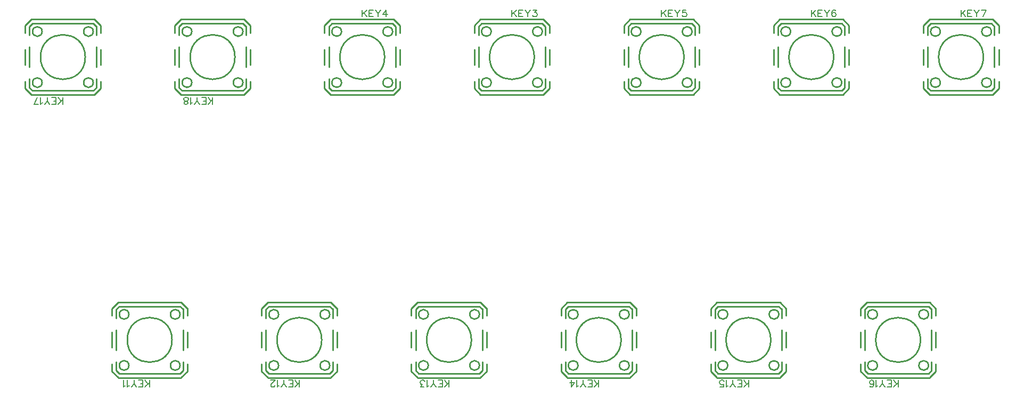
<source format=gto>
G04 Layer: TopSilkscreenLayer*
G04 EasyEDA v6.5.22, 2024-08-28 16:03:03*
G04 922126ed66404cc7a2e17ea7cb8ccf87,fc1e3732016e4acc899c86b879ae2791,10*
G04 Gerber Generator version 0.2*
G04 Scale: 100 percent, Rotated: No, Reflected: No *
G04 Dimensions in millimeters *
G04 leading zeros omitted , absolute positions ,4 integer and 5 decimal *
%FSLAX45Y45*%
%MOMM*%

%ADD10C,0.1524*%
%ADD11C,0.2540*%

%LPD*%
D10*
X3800043Y4649698D02*
G01*
X3800043Y4758664D01*
X3727145Y4649698D02*
G01*
X3800043Y4722342D01*
X3774135Y4696434D02*
G01*
X3727145Y4758664D01*
X3692855Y4649698D02*
G01*
X3692855Y4758664D01*
X3692855Y4649698D02*
G01*
X3625545Y4649698D01*
X3692855Y4701514D02*
G01*
X3651453Y4701514D01*
X3692855Y4758664D02*
G01*
X3625545Y4758664D01*
X3591255Y4649698D02*
G01*
X3549599Y4701514D01*
X3549599Y4758664D01*
X3507943Y4649698D02*
G01*
X3549599Y4701514D01*
X3473653Y4670526D02*
G01*
X3463239Y4665192D01*
X3447745Y4649698D01*
X3447745Y4758664D01*
X3387547Y4649698D02*
G01*
X3403041Y4654778D01*
X3408375Y4665192D01*
X3408375Y4675606D01*
X3403041Y4686020D01*
X3392627Y4691100D01*
X3371799Y4696434D01*
X3356305Y4701514D01*
X3345891Y4711928D01*
X3340811Y4722342D01*
X3340811Y4738090D01*
X3345891Y4748250D01*
X3351225Y4753584D01*
X3366719Y4758664D01*
X3387547Y4758664D01*
X3403041Y4753584D01*
X3408375Y4748250D01*
X3413455Y4738090D01*
X3413455Y4722342D01*
X3408375Y4711928D01*
X3397961Y4701514D01*
X3382213Y4696434D01*
X3361385Y4691100D01*
X3351225Y4686020D01*
X3345891Y4675606D01*
X3345891Y4665192D01*
X3351225Y4654778D01*
X3366719Y4649698D01*
X3387547Y4649698D01*
X1420032Y4649698D02*
G01*
X1420032Y4758664D01*
X1347134Y4649698D02*
G01*
X1420032Y4722342D01*
X1394124Y4696434D02*
G01*
X1347134Y4758664D01*
X1312844Y4649698D02*
G01*
X1312844Y4758664D01*
X1312844Y4649698D02*
G01*
X1245534Y4649698D01*
X1312844Y4701514D02*
G01*
X1271442Y4701514D01*
X1312844Y4758664D02*
G01*
X1245534Y4758664D01*
X1211244Y4649698D02*
G01*
X1169588Y4701514D01*
X1169588Y4758664D01*
X1127932Y4649698D02*
G01*
X1169588Y4701514D01*
X1093642Y4670526D02*
G01*
X1083228Y4665192D01*
X1067734Y4649698D01*
X1067734Y4758664D01*
X960800Y4649698D02*
G01*
X1012616Y4758664D01*
X1033444Y4649698D02*
G01*
X960800Y4649698D01*
X14699843Y149580D02*
G01*
X14699843Y258800D01*
X14627199Y149580D02*
G01*
X14699843Y222478D01*
X14673935Y196316D02*
G01*
X14627199Y258800D01*
X14592909Y149580D02*
G01*
X14592909Y258800D01*
X14592909Y149580D02*
G01*
X14525345Y149580D01*
X14592909Y201650D02*
G01*
X14551253Y201650D01*
X14592909Y258800D02*
G01*
X14525345Y258800D01*
X14491055Y149580D02*
G01*
X14449653Y201650D01*
X14449653Y258800D01*
X14407997Y149580D02*
G01*
X14449653Y201650D01*
X14373707Y170408D02*
G01*
X14363293Y165328D01*
X14347799Y149580D01*
X14347799Y258800D01*
X14251025Y165328D02*
G01*
X14256359Y154914D01*
X14271853Y149580D01*
X14282267Y149580D01*
X14297761Y154914D01*
X14308175Y170408D01*
X14313509Y196316D01*
X14313509Y222478D01*
X14308175Y243052D01*
X14297761Y253466D01*
X14282267Y258800D01*
X14276933Y258800D01*
X14261439Y253466D01*
X14251025Y243052D01*
X14245945Y227558D01*
X14245945Y222478D01*
X14251025Y206730D01*
X14261439Y196316D01*
X14276933Y191236D01*
X14282267Y191236D01*
X14297761Y196316D01*
X14308175Y206730D01*
X14313509Y222478D01*
X12320087Y149580D02*
G01*
X12320087Y258800D01*
X12247189Y149580D02*
G01*
X12320087Y222478D01*
X12293925Y196316D02*
G01*
X12247189Y258800D01*
X12212899Y149580D02*
G01*
X12212899Y258800D01*
X12212899Y149580D02*
G01*
X12145335Y149580D01*
X12212899Y201650D02*
G01*
X12171497Y201650D01*
X12212899Y258800D02*
G01*
X12145335Y258800D01*
X12111045Y149580D02*
G01*
X12069643Y201650D01*
X12069643Y258800D01*
X12027987Y149580D02*
G01*
X12069643Y201650D01*
X11993697Y170408D02*
G01*
X11983283Y165328D01*
X11967789Y149580D01*
X11967789Y258800D01*
X11871015Y149580D02*
G01*
X11923085Y149580D01*
X11928165Y196316D01*
X11923085Y191236D01*
X11907337Y185902D01*
X11891843Y185902D01*
X11876349Y191236D01*
X11865935Y201650D01*
X11860601Y217144D01*
X11860601Y227558D01*
X11865935Y243052D01*
X11876349Y253466D01*
X11891843Y258800D01*
X11907337Y258800D01*
X11923085Y253466D01*
X11928165Y248386D01*
X11933499Y237972D01*
X9940076Y149580D02*
G01*
X9940076Y258800D01*
X9867178Y149580D02*
G01*
X9940076Y222478D01*
X9913914Y196316D02*
G01*
X9867178Y258800D01*
X9832888Y149580D02*
G01*
X9832888Y258800D01*
X9832888Y149580D02*
G01*
X9765324Y149580D01*
X9832888Y201650D02*
G01*
X9791486Y201650D01*
X9832888Y258800D02*
G01*
X9765324Y258800D01*
X9731034Y149580D02*
G01*
X9689632Y201650D01*
X9689632Y258800D01*
X9647976Y149580D02*
G01*
X9689632Y201650D01*
X9613686Y170408D02*
G01*
X9603272Y165328D01*
X9587778Y149580D01*
X9587778Y258800D01*
X9501418Y149580D02*
G01*
X9553488Y222478D01*
X9475510Y222478D01*
X9501418Y149580D02*
G01*
X9501418Y258800D01*
X7560066Y149580D02*
G01*
X7560066Y258800D01*
X7487168Y149580D02*
G01*
X7560066Y222478D01*
X7533904Y196316D02*
G01*
X7487168Y258800D01*
X7452878Y149580D02*
G01*
X7452878Y258800D01*
X7452878Y149580D02*
G01*
X7385314Y149580D01*
X7452878Y201650D02*
G01*
X7411476Y201650D01*
X7452878Y258800D02*
G01*
X7385314Y258800D01*
X7351024Y149580D02*
G01*
X7309622Y201650D01*
X7309622Y258800D01*
X7267966Y149580D02*
G01*
X7309622Y201650D01*
X7233676Y170408D02*
G01*
X7223262Y165328D01*
X7207768Y149580D01*
X7207768Y258800D01*
X7163064Y149580D02*
G01*
X7105914Y149580D01*
X7137156Y191236D01*
X7121408Y191236D01*
X7110994Y196316D01*
X7105914Y201650D01*
X7100580Y217144D01*
X7100580Y227558D01*
X7105914Y243052D01*
X7116328Y253466D01*
X7131822Y258800D01*
X7147570Y258800D01*
X7163064Y253466D01*
X7168144Y248386D01*
X7173478Y237972D01*
X5180055Y149580D02*
G01*
X5180055Y258800D01*
X5107157Y149580D02*
G01*
X5180055Y222478D01*
X5153893Y196316D02*
G01*
X5107157Y258800D01*
X5072867Y149580D02*
G01*
X5072867Y258800D01*
X5072867Y149580D02*
G01*
X5005303Y149580D01*
X5072867Y201650D02*
G01*
X5031465Y201650D01*
X5072867Y258800D02*
G01*
X5005303Y258800D01*
X4971013Y149580D02*
G01*
X4929611Y201650D01*
X4929611Y258800D01*
X4887955Y149580D02*
G01*
X4929611Y201650D01*
X4853665Y170408D02*
G01*
X4843251Y165328D01*
X4827757Y149580D01*
X4827757Y258800D01*
X4788133Y175742D02*
G01*
X4788133Y170408D01*
X4783053Y159994D01*
X4777973Y154914D01*
X4767559Y149580D01*
X4746731Y149580D01*
X4736317Y154914D01*
X4730983Y159994D01*
X4725903Y170408D01*
X4725903Y180822D01*
X4730983Y191236D01*
X4741397Y206730D01*
X4793467Y258800D01*
X4720823Y258800D01*
X2800045Y149580D02*
G01*
X2800045Y258800D01*
X2727147Y149580D02*
G01*
X2800045Y222478D01*
X2774137Y196316D02*
G01*
X2727147Y258800D01*
X2692857Y149580D02*
G01*
X2692857Y258800D01*
X2692857Y149580D02*
G01*
X2625547Y149580D01*
X2692857Y201650D02*
G01*
X2651455Y201650D01*
X2692857Y258800D02*
G01*
X2625547Y258800D01*
X2591257Y149580D02*
G01*
X2549601Y201650D01*
X2549601Y258800D01*
X2507945Y149580D02*
G01*
X2549601Y201650D01*
X2473655Y170408D02*
G01*
X2463241Y165328D01*
X2447747Y149580D01*
X2447747Y258800D01*
X2413457Y170408D02*
G01*
X2403043Y165328D01*
X2387549Y149580D01*
X2387549Y258800D01*
X15700095Y6150279D02*
G01*
X15700095Y6041313D01*
X15772739Y6150279D02*
G01*
X15700095Y6077635D01*
X15726003Y6103543D02*
G01*
X15772739Y6041313D01*
X15807029Y6150279D02*
G01*
X15807029Y6041313D01*
X15807029Y6150279D02*
G01*
X15874593Y6150279D01*
X15807029Y6098463D02*
G01*
X15848685Y6098463D01*
X15807029Y6041313D02*
G01*
X15874593Y6041313D01*
X15908883Y6150279D02*
G01*
X15950285Y6098463D01*
X15950285Y6041313D01*
X15991941Y6150279D02*
G01*
X15950285Y6098463D01*
X16098875Y6150279D02*
G01*
X16047059Y6041313D01*
X16026231Y6150279D02*
G01*
X16098875Y6150279D01*
X13319861Y6150279D02*
G01*
X13319861Y6041313D01*
X13392759Y6150279D02*
G01*
X13319861Y6077635D01*
X13346023Y6103543D02*
G01*
X13392759Y6041313D01*
X13427049Y6150279D02*
G01*
X13427049Y6041313D01*
X13427049Y6150279D02*
G01*
X13494613Y6150279D01*
X13427049Y6098463D02*
G01*
X13468451Y6098463D01*
X13427049Y6041313D02*
G01*
X13494613Y6041313D01*
X13528903Y6150279D02*
G01*
X13570305Y6098463D01*
X13570305Y6041313D01*
X13611961Y6150279D02*
G01*
X13570305Y6098463D01*
X13708481Y6134785D02*
G01*
X13703401Y6145199D01*
X13687907Y6150279D01*
X13677493Y6150279D01*
X13661745Y6145199D01*
X13651331Y6129451D01*
X13646251Y6103543D01*
X13646251Y6077635D01*
X13651331Y6056807D01*
X13661745Y6046393D01*
X13677493Y6041313D01*
X13682573Y6041313D01*
X13698321Y6046393D01*
X13708481Y6056807D01*
X13713815Y6072301D01*
X13713815Y6077635D01*
X13708481Y6093129D01*
X13698321Y6103543D01*
X13682573Y6108877D01*
X13677493Y6108877D01*
X13661745Y6103543D01*
X13651331Y6093129D01*
X13646251Y6077635D01*
X10939881Y6150279D02*
G01*
X10939881Y6041313D01*
X11012779Y6150279D02*
G01*
X10939881Y6077635D01*
X10966043Y6103543D02*
G01*
X11012779Y6041313D01*
X11047069Y6150279D02*
G01*
X11047069Y6041313D01*
X11047069Y6150279D02*
G01*
X11114633Y6150279D01*
X11047069Y6098463D02*
G01*
X11088471Y6098463D01*
X11047069Y6041313D02*
G01*
X11114633Y6041313D01*
X11148923Y6150279D02*
G01*
X11190325Y6098463D01*
X11190325Y6041313D01*
X11231981Y6150279D02*
G01*
X11190325Y6098463D01*
X11328501Y6150279D02*
G01*
X11276685Y6150279D01*
X11271351Y6103543D01*
X11276685Y6108877D01*
X11292179Y6113957D01*
X11307927Y6113957D01*
X11323421Y6108877D01*
X11333835Y6098463D01*
X11338915Y6082715D01*
X11338915Y6072301D01*
X11333835Y6056807D01*
X11323421Y6046393D01*
X11307927Y6041313D01*
X11292179Y6041313D01*
X11276685Y6046393D01*
X11271351Y6051727D01*
X11266271Y6061887D01*
X6179921Y6150279D02*
G01*
X6179921Y6041313D01*
X6252819Y6150279D02*
G01*
X6179921Y6077635D01*
X6206083Y6103543D02*
G01*
X6252819Y6041313D01*
X6287109Y6150279D02*
G01*
X6287109Y6041313D01*
X6287109Y6150279D02*
G01*
X6354673Y6150279D01*
X6287109Y6098463D02*
G01*
X6328511Y6098463D01*
X6287109Y6041313D02*
G01*
X6354673Y6041313D01*
X6388963Y6150279D02*
G01*
X6430365Y6098463D01*
X6430365Y6041313D01*
X6472021Y6150279D02*
G01*
X6430365Y6098463D01*
X6558127Y6150279D02*
G01*
X6506311Y6077635D01*
X6584289Y6077635D01*
X6558127Y6150279D02*
G01*
X6558127Y6041313D01*
X8559901Y6150279D02*
G01*
X8559901Y6041313D01*
X8632799Y6150279D02*
G01*
X8559901Y6077635D01*
X8586063Y6103543D02*
G01*
X8632799Y6041313D01*
X8667089Y6150279D02*
G01*
X8667089Y6041313D01*
X8667089Y6150279D02*
G01*
X8734653Y6150279D01*
X8667089Y6098463D02*
G01*
X8708491Y6098463D01*
X8667089Y6041313D02*
G01*
X8734653Y6041313D01*
X8768943Y6150279D02*
G01*
X8810345Y6098463D01*
X8810345Y6041313D01*
X8852001Y6150279D02*
G01*
X8810345Y6098463D01*
X8896705Y6150279D02*
G01*
X8953855Y6150279D01*
X8922613Y6108877D01*
X8938107Y6108877D01*
X8948521Y6103543D01*
X8953855Y6098463D01*
X8958935Y6082715D01*
X8958935Y6072301D01*
X8953855Y6056807D01*
X8943441Y6046393D01*
X8927947Y6041313D01*
X8912199Y6041313D01*
X8896705Y6046393D01*
X8891371Y6051727D01*
X8886291Y6061887D01*
D11*
X4299940Y4799964D02*
G01*
X3299942Y4799964D01*
X3299942Y5999962D02*
G01*
X4299940Y5999962D01*
X4330801Y4914823D02*
G01*
X4282541Y4866563D01*
X4300321Y4800523D02*
G01*
X4399381Y4899583D01*
X3299561Y4800523D02*
G01*
X3200501Y4899583D01*
X4399381Y5900343D02*
G01*
X4300321Y5999403D01*
X3200501Y5900343D02*
G01*
X3299561Y5999403D01*
X3200501Y4899583D02*
G01*
X3200501Y5015349D01*
X3200501Y5276578D02*
G01*
X3200501Y5523349D01*
X3200501Y5784578D02*
G01*
X3200501Y5900343D01*
X4282541Y4866563D02*
G01*
X3317341Y4866563D01*
X3269081Y4914823D01*
X3269081Y4914823D02*
G01*
X3269081Y5052052D01*
X3269081Y5239875D02*
G01*
X3269081Y5560052D01*
X3269081Y5747875D02*
G01*
X3269081Y5885103D01*
X3269081Y5885103D02*
G01*
X3317341Y5933363D01*
X4282541Y5933363D01*
X4330801Y5885103D01*
X4330801Y4914823D02*
G01*
X4330801Y5052052D01*
X4330801Y5239875D02*
G01*
X4330801Y5560052D01*
X4330801Y5747875D02*
G01*
X4330801Y5894047D01*
X4399381Y4899583D02*
G01*
X4399381Y5015349D01*
X4399381Y5276578D02*
G01*
X4399381Y5523349D01*
X4399381Y5784578D02*
G01*
X4399381Y5901613D01*
X1919960Y4799964D02*
G01*
X919962Y4799964D01*
X919962Y5999962D02*
G01*
X1919960Y5999962D01*
X1950821Y4914823D02*
G01*
X1902561Y4866563D01*
X1920341Y4800523D02*
G01*
X2019401Y4899583D01*
X919581Y4800523D02*
G01*
X820521Y4899583D01*
X2019401Y5900343D02*
G01*
X1920341Y5999403D01*
X820521Y5900343D02*
G01*
X919581Y5999403D01*
X820521Y4899583D02*
G01*
X820521Y5015349D01*
X820521Y5276578D02*
G01*
X820521Y5523349D01*
X820521Y5784578D02*
G01*
X820521Y5900343D01*
X1902561Y4866563D02*
G01*
X937361Y4866563D01*
X889101Y4914823D01*
X889101Y4914823D02*
G01*
X889101Y5052052D01*
X889101Y5239875D02*
G01*
X889101Y5560052D01*
X889101Y5747875D02*
G01*
X889101Y5885103D01*
X889101Y5885103D02*
G01*
X937361Y5933363D01*
X1902561Y5933363D01*
X1950821Y5885103D01*
X1950821Y4914823D02*
G01*
X1950821Y5052052D01*
X1950821Y5239875D02*
G01*
X1950821Y5560052D01*
X1950821Y5747875D02*
G01*
X1950821Y5894047D01*
X2019401Y4899583D02*
G01*
X2019401Y5015349D01*
X2019401Y5276578D02*
G01*
X2019401Y5523349D01*
X2019401Y5784578D02*
G01*
X2019401Y5901613D01*
X15200096Y300101D02*
G01*
X14200098Y300101D01*
X14200098Y1500098D02*
G01*
X15200096Y1500098D01*
X15230957Y414959D02*
G01*
X15182697Y366699D01*
X15200477Y300659D02*
G01*
X15299537Y399719D01*
X14199717Y300659D02*
G01*
X14100657Y399719D01*
X15299537Y1400479D02*
G01*
X15200477Y1499539D01*
X14100657Y1400479D02*
G01*
X14199717Y1499539D01*
X14100657Y399719D02*
G01*
X14100657Y515485D01*
X14100657Y776714D02*
G01*
X14100657Y1023485D01*
X14100657Y1284714D02*
G01*
X14100657Y1400479D01*
X15182697Y366699D02*
G01*
X14217497Y366699D01*
X14169237Y414959D01*
X14169237Y414959D02*
G01*
X14169237Y552188D01*
X14169237Y740011D02*
G01*
X14169237Y1060188D01*
X14169237Y1248011D02*
G01*
X14169237Y1385239D01*
X14169237Y1385239D02*
G01*
X14217497Y1433499D01*
X15182697Y1433499D01*
X15230957Y1385239D01*
X15230957Y414959D02*
G01*
X15230957Y552188D01*
X15230957Y740011D02*
G01*
X15230957Y1060188D01*
X15230957Y1248011D02*
G01*
X15230957Y1394183D01*
X15299537Y399719D02*
G01*
X15299537Y515485D01*
X15299537Y776714D02*
G01*
X15299537Y1023485D01*
X15299537Y1284714D02*
G01*
X15299537Y1401749D01*
X12819862Y300101D02*
G01*
X11819864Y300101D01*
X11819864Y1500098D02*
G01*
X12819862Y1500098D01*
X12850723Y414959D02*
G01*
X12802463Y366699D01*
X12820243Y300659D02*
G01*
X12919303Y399719D01*
X11819483Y300659D02*
G01*
X11720423Y399719D01*
X12919303Y1400479D02*
G01*
X12820243Y1499539D01*
X11720423Y1400479D02*
G01*
X11819483Y1499539D01*
X11720423Y399719D02*
G01*
X11720423Y515485D01*
X11720423Y776714D02*
G01*
X11720423Y1023485D01*
X11720423Y1284714D02*
G01*
X11720423Y1400479D01*
X12802463Y366699D02*
G01*
X11837263Y366699D01*
X11789003Y414959D01*
X11789003Y414959D02*
G01*
X11789003Y552188D01*
X11789003Y740011D02*
G01*
X11789003Y1060188D01*
X11789003Y1248011D02*
G01*
X11789003Y1385239D01*
X11789003Y1385239D02*
G01*
X11837263Y1433499D01*
X12802463Y1433499D01*
X12850723Y1385239D01*
X12850723Y414959D02*
G01*
X12850723Y552188D01*
X12850723Y740011D02*
G01*
X12850723Y1060188D01*
X12850723Y1248011D02*
G01*
X12850723Y1394183D01*
X12919303Y399719D02*
G01*
X12919303Y515485D01*
X12919303Y776714D02*
G01*
X12919303Y1023485D01*
X12919303Y1284714D02*
G01*
X12919303Y1401749D01*
X10439882Y300101D02*
G01*
X9439884Y300101D01*
X9439884Y1500098D02*
G01*
X10439882Y1500098D01*
X10470743Y414959D02*
G01*
X10422483Y366699D01*
X10440263Y300659D02*
G01*
X10539323Y399719D01*
X9439503Y300659D02*
G01*
X9340443Y399719D01*
X10539323Y1400479D02*
G01*
X10440263Y1499539D01*
X9340443Y1400479D02*
G01*
X9439503Y1499539D01*
X9340443Y399719D02*
G01*
X9340443Y515485D01*
X9340443Y776714D02*
G01*
X9340443Y1023485D01*
X9340443Y1284714D02*
G01*
X9340443Y1400479D01*
X10422483Y366699D02*
G01*
X9457283Y366699D01*
X9409023Y414959D01*
X9409023Y414959D02*
G01*
X9409023Y552188D01*
X9409023Y740011D02*
G01*
X9409023Y1060188D01*
X9409023Y1248011D02*
G01*
X9409023Y1385239D01*
X9409023Y1385239D02*
G01*
X9457283Y1433499D01*
X10422483Y1433499D01*
X10470743Y1385239D01*
X10470743Y414959D02*
G01*
X10470743Y552188D01*
X10470743Y740011D02*
G01*
X10470743Y1060188D01*
X10470743Y1248011D02*
G01*
X10470743Y1394183D01*
X10539323Y399719D02*
G01*
X10539323Y515485D01*
X10539323Y776714D02*
G01*
X10539323Y1023485D01*
X10539323Y1284714D02*
G01*
X10539323Y1401749D01*
X8059902Y300101D02*
G01*
X7059904Y300101D01*
X7059904Y1500098D02*
G01*
X8059902Y1500098D01*
X8090763Y414959D02*
G01*
X8042503Y366699D01*
X8060283Y300659D02*
G01*
X8159343Y399719D01*
X7059523Y300659D02*
G01*
X6960463Y399719D01*
X8159343Y1400479D02*
G01*
X8060283Y1499539D01*
X6960463Y1400479D02*
G01*
X7059523Y1499539D01*
X6960463Y399719D02*
G01*
X6960463Y515485D01*
X6960463Y776714D02*
G01*
X6960463Y1023485D01*
X6960463Y1284714D02*
G01*
X6960463Y1400479D01*
X8042503Y366699D02*
G01*
X7077303Y366699D01*
X7029043Y414959D01*
X7029043Y414959D02*
G01*
X7029043Y552188D01*
X7029043Y740011D02*
G01*
X7029043Y1060188D01*
X7029043Y1248011D02*
G01*
X7029043Y1385239D01*
X7029043Y1385239D02*
G01*
X7077303Y1433499D01*
X8042503Y1433499D01*
X8090763Y1385239D01*
X8090763Y414959D02*
G01*
X8090763Y552188D01*
X8090763Y740011D02*
G01*
X8090763Y1060188D01*
X8090763Y1248011D02*
G01*
X8090763Y1394183D01*
X8159343Y399719D02*
G01*
X8159343Y515485D01*
X8159343Y776714D02*
G01*
X8159343Y1023485D01*
X8159343Y1284714D02*
G01*
X8159343Y1401749D01*
X5679922Y300101D02*
G01*
X4679924Y300101D01*
X4679924Y1500098D02*
G01*
X5679922Y1500098D01*
X5710783Y414959D02*
G01*
X5662523Y366699D01*
X5680303Y300659D02*
G01*
X5779363Y399719D01*
X4679543Y300659D02*
G01*
X4580483Y399719D01*
X5779363Y1400479D02*
G01*
X5680303Y1499539D01*
X4580483Y1400479D02*
G01*
X4679543Y1499539D01*
X4580483Y399719D02*
G01*
X4580483Y515485D01*
X4580483Y776714D02*
G01*
X4580483Y1023485D01*
X4580483Y1284714D02*
G01*
X4580483Y1400479D01*
X5662523Y366699D02*
G01*
X4697323Y366699D01*
X4649063Y414959D01*
X4649063Y414959D02*
G01*
X4649063Y552188D01*
X4649063Y740011D02*
G01*
X4649063Y1060188D01*
X4649063Y1248011D02*
G01*
X4649063Y1385239D01*
X4649063Y1385239D02*
G01*
X4697323Y1433499D01*
X5662523Y1433499D01*
X5710783Y1385239D01*
X5710783Y414959D02*
G01*
X5710783Y552188D01*
X5710783Y740011D02*
G01*
X5710783Y1060188D01*
X5710783Y1248011D02*
G01*
X5710783Y1394183D01*
X5779363Y399719D02*
G01*
X5779363Y515485D01*
X5779363Y776714D02*
G01*
X5779363Y1023485D01*
X5779363Y1284714D02*
G01*
X5779363Y1401749D01*
X3299942Y300101D02*
G01*
X2299944Y300101D01*
X2299944Y1500098D02*
G01*
X3299942Y1500098D01*
X3330803Y414959D02*
G01*
X3282543Y366699D01*
X3300323Y300659D02*
G01*
X3399383Y399719D01*
X2299563Y300659D02*
G01*
X2200503Y399719D01*
X3399383Y1400479D02*
G01*
X3300323Y1499539D01*
X2200503Y1400479D02*
G01*
X2299563Y1499539D01*
X2200503Y399719D02*
G01*
X2200503Y515485D01*
X2200503Y776714D02*
G01*
X2200503Y1023485D01*
X2200503Y1284714D02*
G01*
X2200503Y1400479D01*
X3282543Y366699D02*
G01*
X2317343Y366699D01*
X2269083Y414959D01*
X2269083Y414959D02*
G01*
X2269083Y552188D01*
X2269083Y740011D02*
G01*
X2269083Y1060188D01*
X2269083Y1248011D02*
G01*
X2269083Y1385239D01*
X2269083Y1385239D02*
G01*
X2317343Y1433499D01*
X3282543Y1433499D01*
X3330803Y1385239D01*
X3330803Y414959D02*
G01*
X3330803Y552188D01*
X3330803Y740011D02*
G01*
X3330803Y1060188D01*
X3330803Y1248011D02*
G01*
X3330803Y1394183D01*
X3399383Y399719D02*
G01*
X3399383Y515485D01*
X3399383Y776714D02*
G01*
X3399383Y1023485D01*
X3399383Y1284714D02*
G01*
X3399383Y1401749D01*
X15200096Y5999962D02*
G01*
X16200094Y5999962D01*
X16200094Y4799964D02*
G01*
X15200096Y4799964D01*
X15169235Y5885103D02*
G01*
X15217495Y5933363D01*
X15199715Y5999403D02*
G01*
X15100655Y5900343D01*
X16200475Y5999403D02*
G01*
X16299535Y5900343D01*
X15100655Y4899583D02*
G01*
X15199715Y4800523D01*
X16299535Y4899583D02*
G01*
X16200475Y4800523D01*
X16299535Y5900343D02*
G01*
X16299535Y5784578D01*
X16299535Y5523349D02*
G01*
X16299535Y5276578D01*
X16299535Y5015349D02*
G01*
X16299535Y4899583D01*
X15217495Y5933363D02*
G01*
X16182695Y5933363D01*
X16230955Y5885103D01*
X16230955Y5885103D02*
G01*
X16230955Y5747875D01*
X16230955Y5560052D02*
G01*
X16230955Y5239875D01*
X16230955Y5052052D02*
G01*
X16230955Y4914823D01*
X16230955Y4914823D02*
G01*
X16182695Y4866563D01*
X15217495Y4866563D01*
X15169235Y4914823D01*
X15169235Y5885103D02*
G01*
X15169235Y5747875D01*
X15169235Y5560052D02*
G01*
X15169235Y5239875D01*
X15169235Y5052052D02*
G01*
X15169235Y4905880D01*
X15100655Y5900343D02*
G01*
X15100655Y5784578D01*
X15100655Y5523349D02*
G01*
X15100655Y5276578D01*
X15100655Y5015349D02*
G01*
X15100655Y4898313D01*
X12819862Y5999962D02*
G01*
X13819860Y5999962D01*
X13819860Y4799964D02*
G01*
X12819862Y4799964D01*
X12789001Y5885103D02*
G01*
X12837261Y5933363D01*
X12819481Y5999403D02*
G01*
X12720421Y5900343D01*
X13820241Y5999403D02*
G01*
X13919301Y5900343D01*
X12720421Y4899583D02*
G01*
X12819481Y4800523D01*
X13919301Y4899583D02*
G01*
X13820241Y4800523D01*
X13919301Y5900343D02*
G01*
X13919301Y5784578D01*
X13919301Y5523349D02*
G01*
X13919301Y5276578D01*
X13919301Y5015349D02*
G01*
X13919301Y4899583D01*
X12837261Y5933363D02*
G01*
X13802461Y5933363D01*
X13850721Y5885103D01*
X13850721Y5885103D02*
G01*
X13850721Y5747875D01*
X13850721Y5560052D02*
G01*
X13850721Y5239875D01*
X13850721Y5052052D02*
G01*
X13850721Y4914823D01*
X13850721Y4914823D02*
G01*
X13802461Y4866563D01*
X12837261Y4866563D01*
X12789001Y4914823D01*
X12789001Y5885103D02*
G01*
X12789001Y5747875D01*
X12789001Y5560052D02*
G01*
X12789001Y5239875D01*
X12789001Y5052052D02*
G01*
X12789001Y4905880D01*
X12720421Y5900343D02*
G01*
X12720421Y5784578D01*
X12720421Y5523349D02*
G01*
X12720421Y5276578D01*
X12720421Y5015349D02*
G01*
X12720421Y4898313D01*
X10439882Y5999962D02*
G01*
X11439880Y5999962D01*
X11439880Y4799964D02*
G01*
X10439882Y4799964D01*
X10409021Y5885103D02*
G01*
X10457281Y5933363D01*
X10439501Y5999403D02*
G01*
X10340441Y5900343D01*
X11440261Y5999403D02*
G01*
X11539321Y5900343D01*
X10340441Y4899583D02*
G01*
X10439501Y4800523D01*
X11539321Y4899583D02*
G01*
X11440261Y4800523D01*
X11539321Y5900343D02*
G01*
X11539321Y5784578D01*
X11539321Y5523349D02*
G01*
X11539321Y5276578D01*
X11539321Y5015349D02*
G01*
X11539321Y4899583D01*
X10457281Y5933363D02*
G01*
X11422481Y5933363D01*
X11470741Y5885103D01*
X11470741Y5885103D02*
G01*
X11470741Y5747875D01*
X11470741Y5560052D02*
G01*
X11470741Y5239875D01*
X11470741Y5052052D02*
G01*
X11470741Y4914823D01*
X11470741Y4914823D02*
G01*
X11422481Y4866563D01*
X10457281Y4866563D01*
X10409021Y4914823D01*
X10409021Y5885103D02*
G01*
X10409021Y5747875D01*
X10409021Y5560052D02*
G01*
X10409021Y5239875D01*
X10409021Y5052052D02*
G01*
X10409021Y4905880D01*
X10340441Y5900343D02*
G01*
X10340441Y5784578D01*
X10340441Y5523349D02*
G01*
X10340441Y5276578D01*
X10340441Y5015349D02*
G01*
X10340441Y4898313D01*
X5679922Y5999962D02*
G01*
X6679920Y5999962D01*
X6679920Y4799964D02*
G01*
X5679922Y4799964D01*
X5649061Y5885103D02*
G01*
X5697321Y5933363D01*
X5679541Y5999403D02*
G01*
X5580481Y5900343D01*
X6680301Y5999403D02*
G01*
X6779361Y5900343D01*
X5580481Y4899583D02*
G01*
X5679541Y4800523D01*
X6779361Y4899583D02*
G01*
X6680301Y4800523D01*
X6779361Y5900343D02*
G01*
X6779361Y5784578D01*
X6779361Y5523349D02*
G01*
X6779361Y5276578D01*
X6779361Y5015349D02*
G01*
X6779361Y4899583D01*
X5697321Y5933363D02*
G01*
X6662521Y5933363D01*
X6710781Y5885103D01*
X6710781Y5885103D02*
G01*
X6710781Y5747875D01*
X6710781Y5560052D02*
G01*
X6710781Y5239875D01*
X6710781Y5052052D02*
G01*
X6710781Y4914823D01*
X6710781Y4914823D02*
G01*
X6662521Y4866563D01*
X5697321Y4866563D01*
X5649061Y4914823D01*
X5649061Y5885103D02*
G01*
X5649061Y5747875D01*
X5649061Y5560052D02*
G01*
X5649061Y5239875D01*
X5649061Y5052052D02*
G01*
X5649061Y4905880D01*
X5580481Y5900343D02*
G01*
X5580481Y5784578D01*
X5580481Y5523349D02*
G01*
X5580481Y5276578D01*
X5580481Y5015349D02*
G01*
X5580481Y4898313D01*
X8059902Y5999962D02*
G01*
X9059900Y5999962D01*
X9059900Y4799964D02*
G01*
X8059902Y4799964D01*
X8029041Y5885103D02*
G01*
X8077301Y5933363D01*
X8059521Y5999403D02*
G01*
X7960461Y5900343D01*
X9060281Y5999403D02*
G01*
X9159341Y5900343D01*
X7960461Y4899583D02*
G01*
X8059521Y4800523D01*
X9159341Y4899583D02*
G01*
X9060281Y4800523D01*
X9159341Y5900343D02*
G01*
X9159341Y5784578D01*
X9159341Y5523349D02*
G01*
X9159341Y5276578D01*
X9159341Y5015349D02*
G01*
X9159341Y4899583D01*
X8077301Y5933363D02*
G01*
X9042501Y5933363D01*
X9090761Y5885103D01*
X9090761Y5885103D02*
G01*
X9090761Y5747875D01*
X9090761Y5560052D02*
G01*
X9090761Y5239875D01*
X9090761Y5052052D02*
G01*
X9090761Y4914823D01*
X9090761Y4914823D02*
G01*
X9042501Y4866563D01*
X8077301Y4866563D01*
X8029041Y4914823D01*
X8029041Y5885103D02*
G01*
X8029041Y5747875D01*
X8029041Y5560052D02*
G01*
X8029041Y5239875D01*
X8029041Y5052052D02*
G01*
X8029041Y4905880D01*
X7960461Y5900343D02*
G01*
X7960461Y5784578D01*
X7960461Y5523349D02*
G01*
X7960461Y5276578D01*
X7960461Y5015349D02*
G01*
X7960461Y4898313D01*
G75*
G01
X4282542Y4993564D02*
G03X4282542Y4993564I-76200J0D01*
G75*
G01
X3469742Y4993564D02*
G03X3469742Y4993564I-76200J0D01*
G75*
G01
X4282542Y5806364D02*
G03X4282542Y5806364I-76200J0D01*
G75*
G01
X3469742Y5806364D02*
G03X3469742Y5806364I-76200J0D01*
G75*
G01
X4155542Y5399964D02*
G03X4155542Y5399964I-355600J0D01*
G75*
G01
X1902562Y4993564D02*
G03X1902562Y4993564I-76200J0D01*
G75*
G01
X1089762Y4993564D02*
G03X1089762Y4993564I-76200J0D01*
G75*
G01
X1902562Y5806364D02*
G03X1902562Y5806364I-76200J0D01*
G75*
G01
X1089762Y5806364D02*
G03X1089762Y5806364I-76200J0D01*
G75*
G01
X1775562Y5399964D02*
G03X1775562Y5399964I-355600J0D01*
G75*
G01
X15182698Y493700D02*
G03X15182698Y493700I-76200J0D01*
G75*
G01
X14369898Y493700D02*
G03X14369898Y493700I-76200J0D01*
G75*
G01
X15182698Y1306500D02*
G03X15182698Y1306500I-76200J0D01*
G75*
G01
X14369898Y1306500D02*
G03X14369898Y1306500I-76200J0D01*
G75*
G01
X15055698Y900100D02*
G03X15055698Y900100I-355600J0D01*
G75*
G01
X12802464Y493700D02*
G03X12802464Y493700I-76200J0D01*
G75*
G01
X11989664Y493700D02*
G03X11989664Y493700I-76200J0D01*
G75*
G01
X12802464Y1306500D02*
G03X12802464Y1306500I-76200J0D01*
G75*
G01
X11989664Y1306500D02*
G03X11989664Y1306500I-76200J0D01*
G75*
G01
X12675464Y900100D02*
G03X12675464Y900100I-355600J0D01*
G75*
G01
X10422484Y493700D02*
G03X10422484Y493700I-76200J0D01*
G75*
G01
X9609684Y493700D02*
G03X9609684Y493700I-76200J0D01*
G75*
G01
X10422484Y1306500D02*
G03X10422484Y1306500I-76200J0D01*
G75*
G01
X9609684Y1306500D02*
G03X9609684Y1306500I-76200J0D01*
G75*
G01
X10295484Y900100D02*
G03X10295484Y900100I-355600J0D01*
G75*
G01
X8042504Y493700D02*
G03X8042504Y493700I-76200J0D01*
G75*
G01
X7229704Y493700D02*
G03X7229704Y493700I-76200J0D01*
G75*
G01
X8042504Y1306500D02*
G03X8042504Y1306500I-76200J0D01*
G75*
G01
X7229704Y1306500D02*
G03X7229704Y1306500I-76200J0D01*
G75*
G01
X7915504Y900100D02*
G03X7915504Y900100I-355600J0D01*
G75*
G01
X5662524Y493700D02*
G03X5662524Y493700I-76200J0D01*
G75*
G01
X4849724Y493700D02*
G03X4849724Y493700I-76200J0D01*
G75*
G01
X5662524Y1306500D02*
G03X5662524Y1306500I-76200J0D01*
G75*
G01
X4849724Y1306500D02*
G03X4849724Y1306500I-76200J0D01*
G75*
G01
X5535524Y900100D02*
G03X5535524Y900100I-355600J0D01*
G75*
G01
X3282544Y493700D02*
G03X3282544Y493700I-76200J0D01*
G75*
G01
X2469744Y493700D02*
G03X2469744Y493700I-76200J0D01*
G75*
G01
X3282544Y1306500D02*
G03X3282544Y1306500I-76200J0D01*
G75*
G01
X2469744Y1306500D02*
G03X2469744Y1306500I-76200J0D01*
G75*
G01
X3155544Y900100D02*
G03X3155544Y900100I-355600J0D01*
G75*
G01
X15369896Y5806364D02*
G03X15369896Y5806364I-76200J0D01*
G75*
G01
X16182696Y5806364D02*
G03X16182696Y5806364I-76200J0D01*
G75*
G01
X15369896Y4993564D02*
G03X15369896Y4993564I-76200J0D01*
G75*
G01
X16182696Y4993564D02*
G03X16182696Y4993564I-76200J0D01*
G75*
G01
X16055696Y5399964D02*
G03X16055696Y5399964I-355600J0D01*
G75*
G01
X12989662Y5806364D02*
G03X12989662Y5806364I-76200J0D01*
G75*
G01
X13802462Y5806364D02*
G03X13802462Y5806364I-76200J0D01*
G75*
G01
X12989662Y4993564D02*
G03X12989662Y4993564I-76200J0D01*
G75*
G01
X13802462Y4993564D02*
G03X13802462Y4993564I-76200J0D01*
G75*
G01
X13675462Y5399964D02*
G03X13675462Y5399964I-355600J0D01*
G75*
G01
X10609682Y5806364D02*
G03X10609682Y5806364I-76200J0D01*
G75*
G01
X11422482Y5806364D02*
G03X11422482Y5806364I-76200J0D01*
G75*
G01
X10609682Y4993564D02*
G03X10609682Y4993564I-76200J0D01*
G75*
G01
X11422482Y4993564D02*
G03X11422482Y4993564I-76200J0D01*
G75*
G01
X11295482Y5399964D02*
G03X11295482Y5399964I-355600J0D01*
G75*
G01
X5849722Y5806364D02*
G03X5849722Y5806364I-76200J0D01*
G75*
G01
X6662522Y5806364D02*
G03X6662522Y5806364I-76200J0D01*
G75*
G01
X5849722Y4993564D02*
G03X5849722Y4993564I-76200J0D01*
G75*
G01
X6662522Y4993564D02*
G03X6662522Y4993564I-76200J0D01*
G75*
G01
X6535522Y5399964D02*
G03X6535522Y5399964I-355600J0D01*
G75*
G01
X8229702Y5806364D02*
G03X8229702Y5806364I-76200J0D01*
G75*
G01
X9042502Y5806364D02*
G03X9042502Y5806364I-76200J0D01*
G75*
G01
X8229702Y4993564D02*
G03X8229702Y4993564I-76200J0D01*
G75*
G01
X9042502Y4993564D02*
G03X9042502Y4993564I-76200J0D01*
G75*
G01
X8915502Y5399964D02*
G03X8915502Y5399964I-355600J0D01*
M02*

</source>
